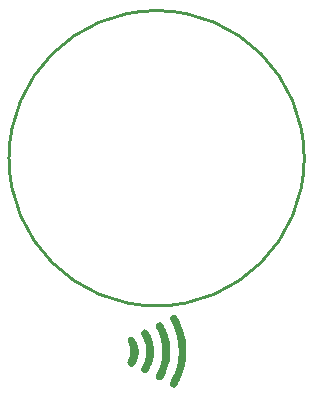
<source format=gtl>
G04 Layer: TopLayer*
G04 EasyEDA v6.4.31, 2022-02-24 09:15:32*
G04 fccecab75ed4412091c8eac3caa19e41,bc126c73947d4e58bf32f0bec63d0957,10*
G04 Gerber Generator version 0.2*
G04 Scale: 100 percent, Rotated: No, Reflected: No *
G04 Dimensions in millimeters *
G04 leading zeros omitted , absolute positions ,4 integer and 5 decimal *
%FSLAX45Y45*%
%MOMM*%

%ADD10C,0.2540*%

%LPD*%
G36*
X2147570Y676351D02*
G01*
X2142998Y676097D01*
X2138172Y675030D01*
X2133092Y673100D01*
X2128824Y670712D01*
X2124964Y667562D01*
X2121611Y663803D01*
X2118868Y659587D01*
X2116785Y655167D01*
X2115464Y650595D01*
X2115007Y646074D01*
X2115515Y641807D01*
X2117547Y636016D01*
X2121611Y626059D01*
X2145284Y572414D01*
X2150567Y559409D01*
X2155444Y546608D01*
X2159914Y534009D01*
X2164029Y521614D01*
X2167737Y509270D01*
X2171090Y496976D01*
X2174087Y484784D01*
X2176729Y472541D01*
X2179015Y460248D01*
X2180996Y447852D01*
X2183333Y429056D01*
X2184501Y416306D01*
X2185365Y403301D01*
X2185924Y390042D01*
X2186228Y376529D01*
X2185974Y348030D01*
X2185416Y334111D01*
X2184552Y320548D01*
X2183384Y307238D01*
X2181860Y294182D01*
X2180031Y281381D01*
X2177897Y268732D01*
X2175357Y256286D01*
X2172512Y243941D01*
X2169312Y231698D01*
X2165756Y219557D01*
X2161794Y207416D01*
X2157476Y195275D01*
X2152751Y183083D01*
X2147620Y170891D01*
X2142134Y158546D01*
X2123186Y119329D01*
X2119528Y110998D01*
X2116734Y103733D01*
X2114804Y97434D01*
X2113635Y91897D01*
X2113280Y87071D01*
X2113686Y82753D01*
X2114854Y78892D01*
X2116734Y75234D01*
X2119325Y71678D01*
X2122576Y68122D01*
X2126945Y64363D01*
X2131618Y61569D01*
X2136444Y59740D01*
X2141474Y58826D01*
X2146554Y58826D01*
X2151634Y59842D01*
X2156612Y61823D01*
X2161489Y64719D01*
X2165045Y68122D01*
X2169210Y73558D01*
X2173884Y80721D01*
X2178913Y89458D01*
X2184247Y99618D01*
X2189835Y110947D01*
X2195525Y123240D01*
X2201265Y136296D01*
X2206955Y149910D01*
X2212492Y163931D01*
X2217775Y178104D01*
X2222754Y192278D01*
X2227275Y206146D01*
X2231288Y219608D01*
X2237994Y244906D01*
X2240737Y256794D01*
X2243074Y268478D01*
X2245969Y285800D01*
X2247442Y297535D01*
X2248662Y309524D01*
X2249576Y322021D01*
X2250236Y335127D01*
X2250846Y363880D01*
X2250744Y385013D01*
X2250389Y398018D01*
X2248966Y423367D01*
X2246528Y447954D01*
X2244953Y459943D01*
X2240991Y483616D01*
X2238603Y495300D01*
X2235911Y506882D01*
X2232964Y518414D01*
X2226208Y541375D01*
X2222347Y552907D01*
X2218232Y564388D01*
X2209038Y587603D01*
X2198573Y611124D01*
X2189886Y629056D01*
X2182114Y643940D01*
X2177643Y651611D01*
X2173274Y658215D01*
X2169007Y663702D01*
X2164791Y668223D01*
X2160574Y671677D01*
X2156358Y674166D01*
X2152040Y675690D01*
G37*
G36*
X2022957Y611174D02*
G01*
X2016607Y610717D01*
X2011273Y609092D01*
X2006193Y605840D01*
X2000453Y600557D01*
X1997456Y597458D01*
X1995068Y594563D01*
X1993290Y591718D01*
X1992122Y588721D01*
X1991563Y585470D01*
X1991664Y581812D01*
X1992477Y577545D01*
X1993950Y572516D01*
X1996084Y566623D01*
X2002637Y551484D01*
X2016302Y521208D01*
X2021738Y508050D01*
X2026564Y495249D01*
X2030882Y482854D01*
X2034692Y470662D01*
X2037994Y458622D01*
X2040788Y446633D01*
X2043125Y434644D01*
X2045004Y422503D01*
X2046478Y410209D01*
X2047493Y397560D01*
X2048205Y384606D01*
X2048510Y371144D01*
X2048459Y357835D01*
X2048052Y345236D01*
X2047239Y332740D01*
X2046071Y320446D01*
X2044496Y308203D01*
X2042464Y296062D01*
X2040077Y283972D01*
X2037232Y271983D01*
X2034032Y259994D01*
X2030374Y248005D01*
X2026310Y236067D01*
X2021789Y224078D01*
X2016861Y212090D01*
X2011527Y200050D01*
X2002485Y181051D01*
X1997913Y170992D01*
X1994712Y163271D01*
X1992731Y157276D01*
X1991918Y152552D01*
X1992071Y148488D01*
X1993036Y144526D01*
X1994712Y140208D01*
X1996948Y135890D01*
X1999894Y131978D01*
X2003399Y128524D01*
X2007463Y125679D01*
X2011984Y123342D01*
X2016861Y121615D01*
X2022093Y120599D01*
X2027529Y120192D01*
X2030628Y120446D01*
X2033778Y121208D01*
X2036876Y122478D01*
X2040026Y124256D01*
X2043125Y126542D01*
X2046325Y129336D01*
X2049475Y132689D01*
X2052675Y136550D01*
X2059127Y145897D01*
X2062429Y151333D01*
X2069084Y163931D01*
X2075840Y178714D01*
X2082800Y195732D01*
X2089962Y214985D01*
X2099868Y244500D01*
X2106218Y266395D01*
X2108606Y276555D01*
X2110587Y286512D01*
X2112111Y296519D01*
X2113330Y306933D01*
X2114194Y317957D01*
X2115108Y343103D01*
X2115312Y357733D01*
X2115108Y399084D01*
X2114753Y411327D01*
X2114092Y421640D01*
X2113127Y430784D01*
X2111705Y439572D01*
X2109876Y448767D01*
X2107488Y459232D01*
X2103475Y474878D01*
X2098954Y490575D01*
X2093925Y506120D01*
X2088540Y521258D01*
X2082901Y535838D01*
X2077059Y549656D01*
X2071065Y562457D01*
X2065121Y574090D01*
X2059228Y584403D01*
X2053488Y593090D01*
X2048002Y599998D01*
X2045360Y602742D01*
X2042871Y604926D01*
X2038705Y607568D01*
X2033879Y609549D01*
X2028545Y610768D01*
G37*
G36*
X1900478Y550976D02*
G01*
X1896313Y550519D01*
X1891995Y549351D01*
X1887575Y547522D01*
X1882952Y544982D01*
X1876552Y539597D01*
X1872081Y532739D01*
X1869744Y524814D01*
X1869744Y516382D01*
X1871167Y512013D01*
X1874316Y504443D01*
X1878685Y494792D01*
X1886966Y477926D01*
X1892401Y466293D01*
X1896973Y455371D01*
X1900732Y444855D01*
X1903831Y434492D01*
X1906219Y424078D01*
X1907997Y413258D01*
X1909267Y401828D01*
X1910029Y389483D01*
X1910435Y375970D01*
X1910283Y353974D01*
X1909825Y340817D01*
X1908860Y328930D01*
X1907438Y317855D01*
X1905406Y307289D01*
X1902663Y296824D01*
X1899157Y286156D01*
X1894839Y274878D01*
X1889556Y262636D01*
X1866493Y213766D01*
X1872030Y202387D01*
X1875282Y196900D01*
X1879244Y192176D01*
X1883765Y188264D01*
X1888693Y185267D01*
X1893976Y183184D01*
X1899412Y182168D01*
X1904949Y182168D01*
X1910334Y183337D01*
X1915058Y185064D01*
X1919071Y187147D01*
X1922729Y189941D01*
X1926183Y193802D01*
X1929892Y199085D01*
X1934006Y206146D01*
X1944776Y227126D01*
X1956003Y250901D01*
X1960219Y261112D01*
X1963724Y270814D01*
X1966722Y280517D01*
X1969312Y290626D01*
X1971649Y301701D01*
X1973884Y314147D01*
X1975916Y327406D01*
X1977288Y340715D01*
X1978152Y354025D01*
X1978406Y367334D01*
X1978050Y380593D01*
X1977186Y393801D01*
X1975713Y406958D01*
X1973681Y420014D01*
X1971090Y432968D01*
X1967890Y445770D01*
X1964182Y458470D01*
X1959914Y470966D01*
X1955088Y483260D01*
X1949704Y495401D01*
X1940864Y513080D01*
X1936597Y520598D01*
X1932482Y527202D01*
X1928418Y532993D01*
X1924405Y537972D01*
X1920443Y542086D01*
X1916531Y545388D01*
X1912569Y547928D01*
X1908606Y549706D01*
X1904593Y550722D01*
G37*
G36*
X1786229Y490931D02*
G01*
X1780793Y490626D01*
X1775409Y489204D01*
X1770176Y486664D01*
X1765096Y483057D01*
X1760169Y478434D01*
X1756664Y473862D01*
X1754530Y468985D01*
X1753870Y463600D01*
X1754581Y457352D01*
X1756664Y450037D01*
X1760169Y441350D01*
X1778203Y404825D01*
X1778203Y326542D01*
X1760423Y291744D01*
X1756359Y282803D01*
X1753616Y275894D01*
X1752600Y272084D01*
X1753057Y268173D01*
X1754327Y263906D01*
X1756257Y259435D01*
X1758797Y254965D01*
X1761794Y250647D01*
X1765147Y246684D01*
X1768754Y243230D01*
X1772513Y240487D01*
X1777492Y237845D01*
X1782368Y236270D01*
X1787093Y235762D01*
X1791817Y236372D01*
X1796491Y238048D01*
X1801215Y240842D01*
X1806041Y244754D01*
X1811020Y249783D01*
X1814677Y254101D01*
X1818182Y258724D01*
X1821484Y263601D01*
X1827631Y274269D01*
X1833016Y285902D01*
X1837689Y298348D01*
X1841550Y311404D01*
X1844598Y324967D01*
X1846732Y338785D01*
X1847494Y345744D01*
X1848307Y359714D01*
X1848357Y366674D01*
X1848154Y373583D01*
X1847697Y380441D01*
X1846072Y393801D01*
X1843633Y405485D01*
X1840331Y416559D01*
X1836115Y428243D01*
X1831136Y440131D01*
X1825752Y451612D01*
X1820113Y462178D01*
X1814423Y471424D01*
X1809038Y478688D01*
X1806498Y481482D01*
X1801825Y485444D01*
X1796846Y488391D01*
X1791614Y490220D01*
G37*
D10*
G75*
G01
X3250006Y1999996D02*
G03X3250006Y1999996I-1250010J0D01*
M02*

</source>
